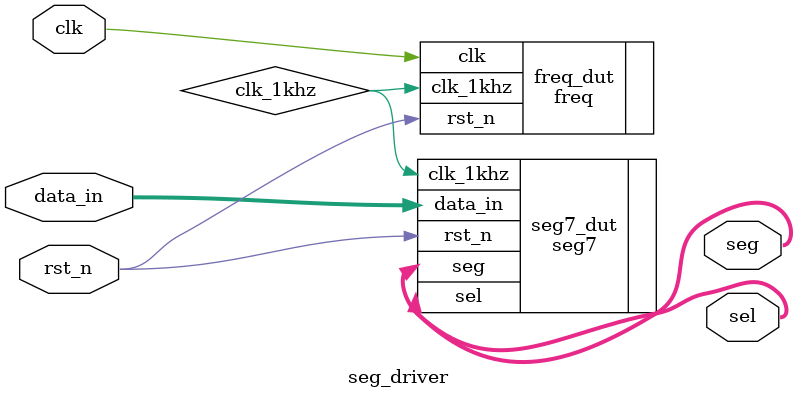
<source format=v>
module seg_driver(clk,rst_n,data_in,sel,seg);
	
	input clk;  //系统时钟：50MHZ
	input rst_n;  //系统复位：低电平有效
	input [23:0] data_in;  //输入数据，一个数码管需要4位二进制数据
	
	output [2:0] sel;  //数码管位选信号
	output [7:0] seg;  //数码管段选信号
	
	wire clk_1khz;  //定义的中间连线
	
	//分频模块
	freq freq_dut(
		.clk(clk),
		.rst_n(rst_n),
		.clk_1khz(clk_1khz)
	);

	//6个数码管驱动模块：6个数码管可以显示
	seg7 seg7_dut(
		.clk_1khz(clk_1khz),
		.rst_n(rst_n),
		.data_in(data_in),
		//.data_in(24'h190828),
		.sel(sel),
		.seg(seg)
	);
	
endmodule 
</source>
